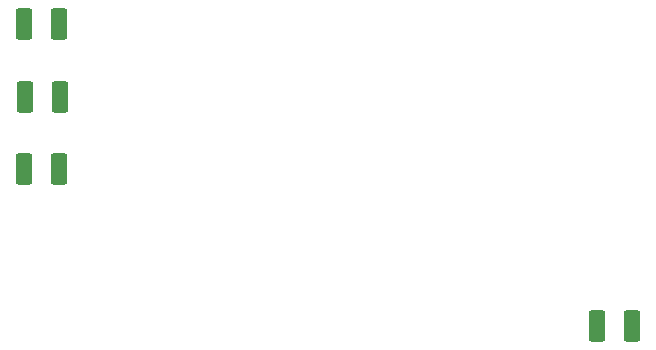
<source format=gbr>
%TF.GenerationSoftware,KiCad,Pcbnew,7.0.7*%
%TF.CreationDate,2023-09-19T21:30:54-07:00*%
%TF.ProjectId,PCB Layout,50434220-4c61-4796-9f75-742e6b696361,rev?*%
%TF.SameCoordinates,Original*%
%TF.FileFunction,Paste,Top*%
%TF.FilePolarity,Positive*%
%FSLAX46Y46*%
G04 Gerber Fmt 4.6, Leading zero omitted, Abs format (unit mm)*
G04 Created by KiCad (PCBNEW 7.0.7) date 2023-09-19 21:30:54*
%MOMM*%
%LPD*%
G01*
G04 APERTURE LIST*
G04 Aperture macros list*
%AMRoundRect*
0 Rectangle with rounded corners*
0 $1 Rounding radius*
0 $2 $3 $4 $5 $6 $7 $8 $9 X,Y pos of 4 corners*
0 Add a 4 corners polygon primitive as box body*
4,1,4,$2,$3,$4,$5,$6,$7,$8,$9,$2,$3,0*
0 Add four circle primitives for the rounded corners*
1,1,$1+$1,$2,$3*
1,1,$1+$1,$4,$5*
1,1,$1+$1,$6,$7*
1,1,$1+$1,$8,$9*
0 Add four rect primitives between the rounded corners*
20,1,$1+$1,$2,$3,$4,$5,0*
20,1,$1+$1,$4,$5,$6,$7,0*
20,1,$1+$1,$6,$7,$8,$9,0*
20,1,$1+$1,$8,$9,$2,$3,0*%
G04 Aperture macros list end*
%ADD10RoundRect,0.250001X0.462499X1.074999X-0.462499X1.074999X-0.462499X-1.074999X0.462499X-1.074999X0*%
G04 APERTURE END LIST*
D10*
%TO.C,D1*%
X173764600Y-89357200D03*
X170789600Y-89357200D03*
%TD*%
%TO.C,D4*%
X219263900Y-102692200D03*
X222238900Y-102692200D03*
%TD*%
%TO.C,D3*%
X173750300Y-77114400D03*
X170775300Y-77114400D03*
%TD*%
%TO.C,D2*%
X170826100Y-83312000D03*
X173801100Y-83312000D03*
%TD*%
M02*

</source>
